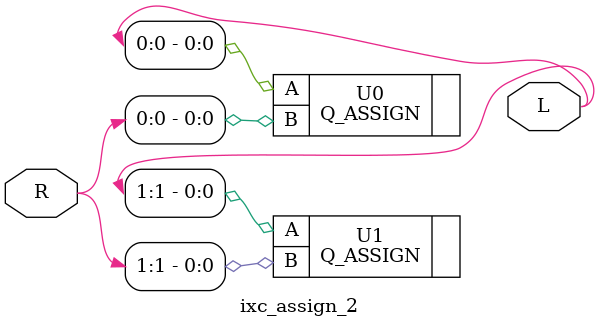
<source format=v>

`ifndef _2_                      
`ifdef CBV                      
`define _2_                      
`else                      
`define _2_ (* _2_state_ *)                      
`endif                      
`endif

module ixc_assign_2 ( L, R);
// pragma CVASTRPROP MODULE HDLICE HDL_MODULE_ATTRIBUTE "0 vlog"
output [1:0] L;
input [1:0] R;
Q_ASSIGN U0 ( .B(R[0]), .A(L[0]));
Q_ASSIGN U1 ( .B(R[1]), .A(L[1]));
// pragma CVASTRPROP MODULE HDLICE HDL_TEMPLATE "ixc_assign"
// pragma CVASTRPROP MODULE HDLICE HDL_TEMPLATE_LIB "IXCOM_TEMP_LIBRARY"
endmodule

</source>
